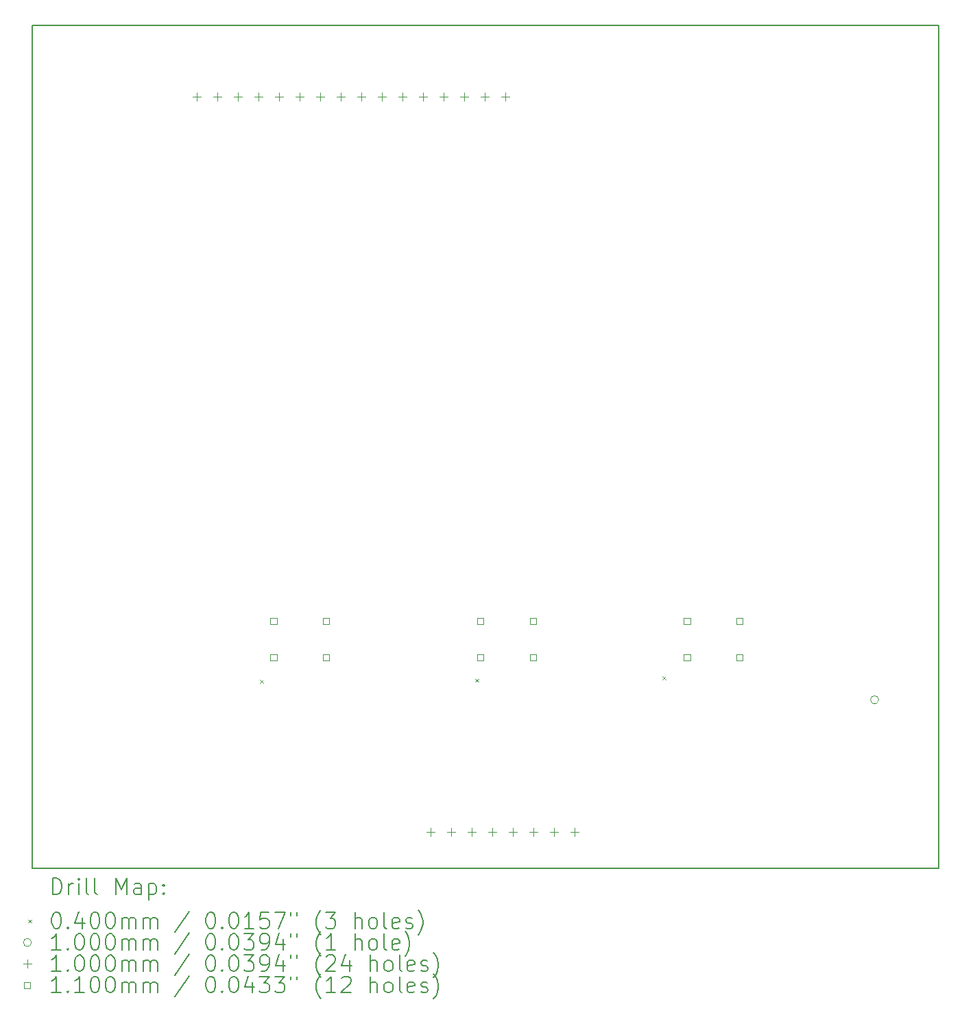
<source format=gbr>
%TF.GenerationSoftware,KiCad,Pcbnew,7.0.10*%
%TF.CreationDate,2024-03-06T15:30:29-05:00*%
%TF.ProjectId,User_Interface,55736572-5f49-46e7-9465-72666163652e,rev?*%
%TF.SameCoordinates,Original*%
%TF.FileFunction,Drillmap*%
%TF.FilePolarity,Positive*%
%FSLAX45Y45*%
G04 Gerber Fmt 4.5, Leading zero omitted, Abs format (unit mm)*
G04 Created by KiCad (PCBNEW 7.0.10) date 2024-03-06 15:30:29*
%MOMM*%
%LPD*%
G01*
G04 APERTURE LIST*
%ADD10C,0.200000*%
%ADD11C,0.100000*%
%ADD12C,0.110000*%
G04 APERTURE END LIST*
D10*
X8745000Y-4473180D02*
X19935000Y-4473180D01*
X19935000Y-14883180D01*
X8745000Y-14883180D01*
X8745000Y-4473180D01*
D11*
X11555000Y-12553180D02*
X11595000Y-12593180D01*
X11595000Y-12553180D02*
X11555000Y-12593180D01*
X14215000Y-12543180D02*
X14255000Y-12583180D01*
X14255000Y-12543180D02*
X14215000Y-12583180D01*
X16525000Y-12513180D02*
X16565000Y-12553180D01*
X16565000Y-12513180D02*
X16525000Y-12553180D01*
X19196000Y-12801000D02*
G75*
G03*
X19096000Y-12801000I-50000J0D01*
G01*
X19096000Y-12801000D02*
G75*
G03*
X19196000Y-12801000I50000J0D01*
G01*
X10780000Y-5310000D02*
X10780000Y-5410000D01*
X10730000Y-5360000D02*
X10830000Y-5360000D01*
X11034000Y-5310000D02*
X11034000Y-5410000D01*
X10984000Y-5360000D02*
X11084000Y-5360000D01*
X11288000Y-5310000D02*
X11288000Y-5410000D01*
X11238000Y-5360000D02*
X11338000Y-5360000D01*
X11542000Y-5310000D02*
X11542000Y-5410000D01*
X11492000Y-5360000D02*
X11592000Y-5360000D01*
X11796000Y-5310000D02*
X11796000Y-5410000D01*
X11746000Y-5360000D02*
X11846000Y-5360000D01*
X12050000Y-5310000D02*
X12050000Y-5410000D01*
X12000000Y-5360000D02*
X12100000Y-5360000D01*
X12304000Y-5310000D02*
X12304000Y-5410000D01*
X12254000Y-5360000D02*
X12354000Y-5360000D01*
X12558000Y-5310000D02*
X12558000Y-5410000D01*
X12508000Y-5360000D02*
X12608000Y-5360000D01*
X12812000Y-5310000D02*
X12812000Y-5410000D01*
X12762000Y-5360000D02*
X12862000Y-5360000D01*
X13066000Y-5310000D02*
X13066000Y-5410000D01*
X13016000Y-5360000D02*
X13116000Y-5360000D01*
X13320000Y-5310000D02*
X13320000Y-5410000D01*
X13270000Y-5360000D02*
X13370000Y-5360000D01*
X13574000Y-5310000D02*
X13574000Y-5410000D01*
X13524000Y-5360000D02*
X13624000Y-5360000D01*
X13667500Y-14383500D02*
X13667500Y-14483500D01*
X13617500Y-14433500D02*
X13717500Y-14433500D01*
X13828000Y-5310000D02*
X13828000Y-5410000D01*
X13778000Y-5360000D02*
X13878000Y-5360000D01*
X13921500Y-14383500D02*
X13921500Y-14483500D01*
X13871500Y-14433500D02*
X13971500Y-14433500D01*
X14082000Y-5310000D02*
X14082000Y-5410000D01*
X14032000Y-5360000D02*
X14132000Y-5360000D01*
X14175500Y-14383500D02*
X14175500Y-14483500D01*
X14125500Y-14433500D02*
X14225500Y-14433500D01*
X14336000Y-5310000D02*
X14336000Y-5410000D01*
X14286000Y-5360000D02*
X14386000Y-5360000D01*
X14429500Y-14383500D02*
X14429500Y-14483500D01*
X14379500Y-14433500D02*
X14479500Y-14433500D01*
X14590000Y-5310000D02*
X14590000Y-5410000D01*
X14540000Y-5360000D02*
X14640000Y-5360000D01*
X14683500Y-14383500D02*
X14683500Y-14483500D01*
X14633500Y-14433500D02*
X14733500Y-14433500D01*
X14937500Y-14383500D02*
X14937500Y-14483500D01*
X14887500Y-14433500D02*
X14987500Y-14433500D01*
X15191500Y-14383500D02*
X15191500Y-14483500D01*
X15141500Y-14433500D02*
X15241500Y-14433500D01*
X15445500Y-14383500D02*
X15445500Y-14483500D01*
X15395500Y-14433500D02*
X15495500Y-14433500D01*
D12*
X11763891Y-11867071D02*
X11763891Y-11789289D01*
X11686109Y-11789289D01*
X11686109Y-11867071D01*
X11763891Y-11867071D01*
X11763891Y-12317071D02*
X11763891Y-12239289D01*
X11686109Y-12239289D01*
X11686109Y-12317071D01*
X11763891Y-12317071D01*
X12413891Y-11867071D02*
X12413891Y-11789289D01*
X12336109Y-11789289D01*
X12336109Y-11867071D01*
X12413891Y-11867071D01*
X12413891Y-12317071D02*
X12413891Y-12239289D01*
X12336109Y-12239289D01*
X12336109Y-12317071D01*
X12413891Y-12317071D01*
X14316391Y-11867071D02*
X14316391Y-11789289D01*
X14238609Y-11789289D01*
X14238609Y-11867071D01*
X14316391Y-11867071D01*
X14316391Y-12317071D02*
X14316391Y-12239289D01*
X14238609Y-12239289D01*
X14238609Y-12317071D01*
X14316391Y-12317071D01*
X14966391Y-11867071D02*
X14966391Y-11789289D01*
X14888609Y-11789289D01*
X14888609Y-11867071D01*
X14966391Y-11867071D01*
X14966391Y-12317071D02*
X14966391Y-12239289D01*
X14888609Y-12239289D01*
X14888609Y-12317071D01*
X14966391Y-12317071D01*
X16868891Y-11867071D02*
X16868891Y-11789289D01*
X16791109Y-11789289D01*
X16791109Y-11867071D01*
X16868891Y-11867071D01*
X16868891Y-12317071D02*
X16868891Y-12239289D01*
X16791109Y-12239289D01*
X16791109Y-12317071D01*
X16868891Y-12317071D01*
X17518891Y-11867071D02*
X17518891Y-11789289D01*
X17441109Y-11789289D01*
X17441109Y-11867071D01*
X17518891Y-11867071D01*
X17518891Y-12317071D02*
X17518891Y-12239289D01*
X17441109Y-12239289D01*
X17441109Y-12317071D01*
X17518891Y-12317071D01*
D10*
X8995777Y-15204664D02*
X8995777Y-15004664D01*
X8995777Y-15004664D02*
X9043396Y-15004664D01*
X9043396Y-15004664D02*
X9071967Y-15014188D01*
X9071967Y-15014188D02*
X9091015Y-15033235D01*
X9091015Y-15033235D02*
X9100539Y-15052283D01*
X9100539Y-15052283D02*
X9110063Y-15090378D01*
X9110063Y-15090378D02*
X9110063Y-15118950D01*
X9110063Y-15118950D02*
X9100539Y-15157045D01*
X9100539Y-15157045D02*
X9091015Y-15176092D01*
X9091015Y-15176092D02*
X9071967Y-15195140D01*
X9071967Y-15195140D02*
X9043396Y-15204664D01*
X9043396Y-15204664D02*
X8995777Y-15204664D01*
X9195777Y-15204664D02*
X9195777Y-15071331D01*
X9195777Y-15109426D02*
X9205301Y-15090378D01*
X9205301Y-15090378D02*
X9214824Y-15080854D01*
X9214824Y-15080854D02*
X9233872Y-15071331D01*
X9233872Y-15071331D02*
X9252920Y-15071331D01*
X9319586Y-15204664D02*
X9319586Y-15071331D01*
X9319586Y-15004664D02*
X9310063Y-15014188D01*
X9310063Y-15014188D02*
X9319586Y-15023712D01*
X9319586Y-15023712D02*
X9329110Y-15014188D01*
X9329110Y-15014188D02*
X9319586Y-15004664D01*
X9319586Y-15004664D02*
X9319586Y-15023712D01*
X9443396Y-15204664D02*
X9424348Y-15195140D01*
X9424348Y-15195140D02*
X9414824Y-15176092D01*
X9414824Y-15176092D02*
X9414824Y-15004664D01*
X9548158Y-15204664D02*
X9529110Y-15195140D01*
X9529110Y-15195140D02*
X9519586Y-15176092D01*
X9519586Y-15176092D02*
X9519586Y-15004664D01*
X9776729Y-15204664D02*
X9776729Y-15004664D01*
X9776729Y-15004664D02*
X9843396Y-15147521D01*
X9843396Y-15147521D02*
X9910063Y-15004664D01*
X9910063Y-15004664D02*
X9910063Y-15204664D01*
X10091015Y-15204664D02*
X10091015Y-15099902D01*
X10091015Y-15099902D02*
X10081491Y-15080854D01*
X10081491Y-15080854D02*
X10062444Y-15071331D01*
X10062444Y-15071331D02*
X10024348Y-15071331D01*
X10024348Y-15071331D02*
X10005301Y-15080854D01*
X10091015Y-15195140D02*
X10071967Y-15204664D01*
X10071967Y-15204664D02*
X10024348Y-15204664D01*
X10024348Y-15204664D02*
X10005301Y-15195140D01*
X10005301Y-15195140D02*
X9995777Y-15176092D01*
X9995777Y-15176092D02*
X9995777Y-15157045D01*
X9995777Y-15157045D02*
X10005301Y-15137997D01*
X10005301Y-15137997D02*
X10024348Y-15128473D01*
X10024348Y-15128473D02*
X10071967Y-15128473D01*
X10071967Y-15128473D02*
X10091015Y-15118950D01*
X10186253Y-15071331D02*
X10186253Y-15271331D01*
X10186253Y-15080854D02*
X10205301Y-15071331D01*
X10205301Y-15071331D02*
X10243396Y-15071331D01*
X10243396Y-15071331D02*
X10262444Y-15080854D01*
X10262444Y-15080854D02*
X10271967Y-15090378D01*
X10271967Y-15090378D02*
X10281491Y-15109426D01*
X10281491Y-15109426D02*
X10281491Y-15166569D01*
X10281491Y-15166569D02*
X10271967Y-15185616D01*
X10271967Y-15185616D02*
X10262444Y-15195140D01*
X10262444Y-15195140D02*
X10243396Y-15204664D01*
X10243396Y-15204664D02*
X10205301Y-15204664D01*
X10205301Y-15204664D02*
X10186253Y-15195140D01*
X10367205Y-15185616D02*
X10376729Y-15195140D01*
X10376729Y-15195140D02*
X10367205Y-15204664D01*
X10367205Y-15204664D02*
X10357682Y-15195140D01*
X10357682Y-15195140D02*
X10367205Y-15185616D01*
X10367205Y-15185616D02*
X10367205Y-15204664D01*
X10367205Y-15080854D02*
X10376729Y-15090378D01*
X10376729Y-15090378D02*
X10367205Y-15099902D01*
X10367205Y-15099902D02*
X10357682Y-15090378D01*
X10357682Y-15090378D02*
X10367205Y-15080854D01*
X10367205Y-15080854D02*
X10367205Y-15099902D01*
D11*
X8695000Y-15513180D02*
X8735000Y-15553180D01*
X8735000Y-15513180D02*
X8695000Y-15553180D01*
D10*
X9033872Y-15424664D02*
X9052920Y-15424664D01*
X9052920Y-15424664D02*
X9071967Y-15434188D01*
X9071967Y-15434188D02*
X9081491Y-15443712D01*
X9081491Y-15443712D02*
X9091015Y-15462759D01*
X9091015Y-15462759D02*
X9100539Y-15500854D01*
X9100539Y-15500854D02*
X9100539Y-15548473D01*
X9100539Y-15548473D02*
X9091015Y-15586569D01*
X9091015Y-15586569D02*
X9081491Y-15605616D01*
X9081491Y-15605616D02*
X9071967Y-15615140D01*
X9071967Y-15615140D02*
X9052920Y-15624664D01*
X9052920Y-15624664D02*
X9033872Y-15624664D01*
X9033872Y-15624664D02*
X9014824Y-15615140D01*
X9014824Y-15615140D02*
X9005301Y-15605616D01*
X9005301Y-15605616D02*
X8995777Y-15586569D01*
X8995777Y-15586569D02*
X8986253Y-15548473D01*
X8986253Y-15548473D02*
X8986253Y-15500854D01*
X8986253Y-15500854D02*
X8995777Y-15462759D01*
X8995777Y-15462759D02*
X9005301Y-15443712D01*
X9005301Y-15443712D02*
X9014824Y-15434188D01*
X9014824Y-15434188D02*
X9033872Y-15424664D01*
X9186253Y-15605616D02*
X9195777Y-15615140D01*
X9195777Y-15615140D02*
X9186253Y-15624664D01*
X9186253Y-15624664D02*
X9176729Y-15615140D01*
X9176729Y-15615140D02*
X9186253Y-15605616D01*
X9186253Y-15605616D02*
X9186253Y-15624664D01*
X9367205Y-15491331D02*
X9367205Y-15624664D01*
X9319586Y-15415140D02*
X9271967Y-15557997D01*
X9271967Y-15557997D02*
X9395777Y-15557997D01*
X9510063Y-15424664D02*
X9529110Y-15424664D01*
X9529110Y-15424664D02*
X9548158Y-15434188D01*
X9548158Y-15434188D02*
X9557682Y-15443712D01*
X9557682Y-15443712D02*
X9567205Y-15462759D01*
X9567205Y-15462759D02*
X9576729Y-15500854D01*
X9576729Y-15500854D02*
X9576729Y-15548473D01*
X9576729Y-15548473D02*
X9567205Y-15586569D01*
X9567205Y-15586569D02*
X9557682Y-15605616D01*
X9557682Y-15605616D02*
X9548158Y-15615140D01*
X9548158Y-15615140D02*
X9529110Y-15624664D01*
X9529110Y-15624664D02*
X9510063Y-15624664D01*
X9510063Y-15624664D02*
X9491015Y-15615140D01*
X9491015Y-15615140D02*
X9481491Y-15605616D01*
X9481491Y-15605616D02*
X9471967Y-15586569D01*
X9471967Y-15586569D02*
X9462444Y-15548473D01*
X9462444Y-15548473D02*
X9462444Y-15500854D01*
X9462444Y-15500854D02*
X9471967Y-15462759D01*
X9471967Y-15462759D02*
X9481491Y-15443712D01*
X9481491Y-15443712D02*
X9491015Y-15434188D01*
X9491015Y-15434188D02*
X9510063Y-15424664D01*
X9700539Y-15424664D02*
X9719586Y-15424664D01*
X9719586Y-15424664D02*
X9738634Y-15434188D01*
X9738634Y-15434188D02*
X9748158Y-15443712D01*
X9748158Y-15443712D02*
X9757682Y-15462759D01*
X9757682Y-15462759D02*
X9767205Y-15500854D01*
X9767205Y-15500854D02*
X9767205Y-15548473D01*
X9767205Y-15548473D02*
X9757682Y-15586569D01*
X9757682Y-15586569D02*
X9748158Y-15605616D01*
X9748158Y-15605616D02*
X9738634Y-15615140D01*
X9738634Y-15615140D02*
X9719586Y-15624664D01*
X9719586Y-15624664D02*
X9700539Y-15624664D01*
X9700539Y-15624664D02*
X9681491Y-15615140D01*
X9681491Y-15615140D02*
X9671967Y-15605616D01*
X9671967Y-15605616D02*
X9662444Y-15586569D01*
X9662444Y-15586569D02*
X9652920Y-15548473D01*
X9652920Y-15548473D02*
X9652920Y-15500854D01*
X9652920Y-15500854D02*
X9662444Y-15462759D01*
X9662444Y-15462759D02*
X9671967Y-15443712D01*
X9671967Y-15443712D02*
X9681491Y-15434188D01*
X9681491Y-15434188D02*
X9700539Y-15424664D01*
X9852920Y-15624664D02*
X9852920Y-15491331D01*
X9852920Y-15510378D02*
X9862444Y-15500854D01*
X9862444Y-15500854D02*
X9881491Y-15491331D01*
X9881491Y-15491331D02*
X9910063Y-15491331D01*
X9910063Y-15491331D02*
X9929110Y-15500854D01*
X9929110Y-15500854D02*
X9938634Y-15519902D01*
X9938634Y-15519902D02*
X9938634Y-15624664D01*
X9938634Y-15519902D02*
X9948158Y-15500854D01*
X9948158Y-15500854D02*
X9967205Y-15491331D01*
X9967205Y-15491331D02*
X9995777Y-15491331D01*
X9995777Y-15491331D02*
X10014825Y-15500854D01*
X10014825Y-15500854D02*
X10024348Y-15519902D01*
X10024348Y-15519902D02*
X10024348Y-15624664D01*
X10119586Y-15624664D02*
X10119586Y-15491331D01*
X10119586Y-15510378D02*
X10129110Y-15500854D01*
X10129110Y-15500854D02*
X10148158Y-15491331D01*
X10148158Y-15491331D02*
X10176729Y-15491331D01*
X10176729Y-15491331D02*
X10195777Y-15500854D01*
X10195777Y-15500854D02*
X10205301Y-15519902D01*
X10205301Y-15519902D02*
X10205301Y-15624664D01*
X10205301Y-15519902D02*
X10214825Y-15500854D01*
X10214825Y-15500854D02*
X10233872Y-15491331D01*
X10233872Y-15491331D02*
X10262444Y-15491331D01*
X10262444Y-15491331D02*
X10281491Y-15500854D01*
X10281491Y-15500854D02*
X10291015Y-15519902D01*
X10291015Y-15519902D02*
X10291015Y-15624664D01*
X10681491Y-15415140D02*
X10510063Y-15672283D01*
X10938634Y-15424664D02*
X10957682Y-15424664D01*
X10957682Y-15424664D02*
X10976729Y-15434188D01*
X10976729Y-15434188D02*
X10986253Y-15443712D01*
X10986253Y-15443712D02*
X10995777Y-15462759D01*
X10995777Y-15462759D02*
X11005301Y-15500854D01*
X11005301Y-15500854D02*
X11005301Y-15548473D01*
X11005301Y-15548473D02*
X10995777Y-15586569D01*
X10995777Y-15586569D02*
X10986253Y-15605616D01*
X10986253Y-15605616D02*
X10976729Y-15615140D01*
X10976729Y-15615140D02*
X10957682Y-15624664D01*
X10957682Y-15624664D02*
X10938634Y-15624664D01*
X10938634Y-15624664D02*
X10919587Y-15615140D01*
X10919587Y-15615140D02*
X10910063Y-15605616D01*
X10910063Y-15605616D02*
X10900539Y-15586569D01*
X10900539Y-15586569D02*
X10891015Y-15548473D01*
X10891015Y-15548473D02*
X10891015Y-15500854D01*
X10891015Y-15500854D02*
X10900539Y-15462759D01*
X10900539Y-15462759D02*
X10910063Y-15443712D01*
X10910063Y-15443712D02*
X10919587Y-15434188D01*
X10919587Y-15434188D02*
X10938634Y-15424664D01*
X11091015Y-15605616D02*
X11100539Y-15615140D01*
X11100539Y-15615140D02*
X11091015Y-15624664D01*
X11091015Y-15624664D02*
X11081491Y-15615140D01*
X11081491Y-15615140D02*
X11091015Y-15605616D01*
X11091015Y-15605616D02*
X11091015Y-15624664D01*
X11224348Y-15424664D02*
X11243396Y-15424664D01*
X11243396Y-15424664D02*
X11262444Y-15434188D01*
X11262444Y-15434188D02*
X11271967Y-15443712D01*
X11271967Y-15443712D02*
X11281491Y-15462759D01*
X11281491Y-15462759D02*
X11291015Y-15500854D01*
X11291015Y-15500854D02*
X11291015Y-15548473D01*
X11291015Y-15548473D02*
X11281491Y-15586569D01*
X11281491Y-15586569D02*
X11271967Y-15605616D01*
X11271967Y-15605616D02*
X11262444Y-15615140D01*
X11262444Y-15615140D02*
X11243396Y-15624664D01*
X11243396Y-15624664D02*
X11224348Y-15624664D01*
X11224348Y-15624664D02*
X11205301Y-15615140D01*
X11205301Y-15615140D02*
X11195777Y-15605616D01*
X11195777Y-15605616D02*
X11186253Y-15586569D01*
X11186253Y-15586569D02*
X11176729Y-15548473D01*
X11176729Y-15548473D02*
X11176729Y-15500854D01*
X11176729Y-15500854D02*
X11186253Y-15462759D01*
X11186253Y-15462759D02*
X11195777Y-15443712D01*
X11195777Y-15443712D02*
X11205301Y-15434188D01*
X11205301Y-15434188D02*
X11224348Y-15424664D01*
X11481491Y-15624664D02*
X11367206Y-15624664D01*
X11424348Y-15624664D02*
X11424348Y-15424664D01*
X11424348Y-15424664D02*
X11405301Y-15453235D01*
X11405301Y-15453235D02*
X11386253Y-15472283D01*
X11386253Y-15472283D02*
X11367206Y-15481807D01*
X11662444Y-15424664D02*
X11567206Y-15424664D01*
X11567206Y-15424664D02*
X11557682Y-15519902D01*
X11557682Y-15519902D02*
X11567206Y-15510378D01*
X11567206Y-15510378D02*
X11586253Y-15500854D01*
X11586253Y-15500854D02*
X11633872Y-15500854D01*
X11633872Y-15500854D02*
X11652920Y-15510378D01*
X11652920Y-15510378D02*
X11662444Y-15519902D01*
X11662444Y-15519902D02*
X11671967Y-15538950D01*
X11671967Y-15538950D02*
X11671967Y-15586569D01*
X11671967Y-15586569D02*
X11662444Y-15605616D01*
X11662444Y-15605616D02*
X11652920Y-15615140D01*
X11652920Y-15615140D02*
X11633872Y-15624664D01*
X11633872Y-15624664D02*
X11586253Y-15624664D01*
X11586253Y-15624664D02*
X11567206Y-15615140D01*
X11567206Y-15615140D02*
X11557682Y-15605616D01*
X11738634Y-15424664D02*
X11871967Y-15424664D01*
X11871967Y-15424664D02*
X11786253Y-15624664D01*
X11938634Y-15424664D02*
X11938634Y-15462759D01*
X12014825Y-15424664D02*
X12014825Y-15462759D01*
X12310063Y-15700854D02*
X12300539Y-15691331D01*
X12300539Y-15691331D02*
X12281491Y-15662759D01*
X12281491Y-15662759D02*
X12271968Y-15643712D01*
X12271968Y-15643712D02*
X12262444Y-15615140D01*
X12262444Y-15615140D02*
X12252920Y-15567521D01*
X12252920Y-15567521D02*
X12252920Y-15529426D01*
X12252920Y-15529426D02*
X12262444Y-15481807D01*
X12262444Y-15481807D02*
X12271968Y-15453235D01*
X12271968Y-15453235D02*
X12281491Y-15434188D01*
X12281491Y-15434188D02*
X12300539Y-15405616D01*
X12300539Y-15405616D02*
X12310063Y-15396092D01*
X12367206Y-15424664D02*
X12491015Y-15424664D01*
X12491015Y-15424664D02*
X12424348Y-15500854D01*
X12424348Y-15500854D02*
X12452920Y-15500854D01*
X12452920Y-15500854D02*
X12471968Y-15510378D01*
X12471968Y-15510378D02*
X12481491Y-15519902D01*
X12481491Y-15519902D02*
X12491015Y-15538950D01*
X12491015Y-15538950D02*
X12491015Y-15586569D01*
X12491015Y-15586569D02*
X12481491Y-15605616D01*
X12481491Y-15605616D02*
X12471968Y-15615140D01*
X12471968Y-15615140D02*
X12452920Y-15624664D01*
X12452920Y-15624664D02*
X12395777Y-15624664D01*
X12395777Y-15624664D02*
X12376729Y-15615140D01*
X12376729Y-15615140D02*
X12367206Y-15605616D01*
X12729110Y-15624664D02*
X12729110Y-15424664D01*
X12814825Y-15624664D02*
X12814825Y-15519902D01*
X12814825Y-15519902D02*
X12805301Y-15500854D01*
X12805301Y-15500854D02*
X12786253Y-15491331D01*
X12786253Y-15491331D02*
X12757682Y-15491331D01*
X12757682Y-15491331D02*
X12738634Y-15500854D01*
X12738634Y-15500854D02*
X12729110Y-15510378D01*
X12938634Y-15624664D02*
X12919587Y-15615140D01*
X12919587Y-15615140D02*
X12910063Y-15605616D01*
X12910063Y-15605616D02*
X12900539Y-15586569D01*
X12900539Y-15586569D02*
X12900539Y-15529426D01*
X12900539Y-15529426D02*
X12910063Y-15510378D01*
X12910063Y-15510378D02*
X12919587Y-15500854D01*
X12919587Y-15500854D02*
X12938634Y-15491331D01*
X12938634Y-15491331D02*
X12967206Y-15491331D01*
X12967206Y-15491331D02*
X12986253Y-15500854D01*
X12986253Y-15500854D02*
X12995777Y-15510378D01*
X12995777Y-15510378D02*
X13005301Y-15529426D01*
X13005301Y-15529426D02*
X13005301Y-15586569D01*
X13005301Y-15586569D02*
X12995777Y-15605616D01*
X12995777Y-15605616D02*
X12986253Y-15615140D01*
X12986253Y-15615140D02*
X12967206Y-15624664D01*
X12967206Y-15624664D02*
X12938634Y-15624664D01*
X13119587Y-15624664D02*
X13100539Y-15615140D01*
X13100539Y-15615140D02*
X13091015Y-15596092D01*
X13091015Y-15596092D02*
X13091015Y-15424664D01*
X13271968Y-15615140D02*
X13252920Y-15624664D01*
X13252920Y-15624664D02*
X13214825Y-15624664D01*
X13214825Y-15624664D02*
X13195777Y-15615140D01*
X13195777Y-15615140D02*
X13186253Y-15596092D01*
X13186253Y-15596092D02*
X13186253Y-15519902D01*
X13186253Y-15519902D02*
X13195777Y-15500854D01*
X13195777Y-15500854D02*
X13214825Y-15491331D01*
X13214825Y-15491331D02*
X13252920Y-15491331D01*
X13252920Y-15491331D02*
X13271968Y-15500854D01*
X13271968Y-15500854D02*
X13281491Y-15519902D01*
X13281491Y-15519902D02*
X13281491Y-15538950D01*
X13281491Y-15538950D02*
X13186253Y-15557997D01*
X13357682Y-15615140D02*
X13376730Y-15624664D01*
X13376730Y-15624664D02*
X13414825Y-15624664D01*
X13414825Y-15624664D02*
X13433872Y-15615140D01*
X13433872Y-15615140D02*
X13443396Y-15596092D01*
X13443396Y-15596092D02*
X13443396Y-15586569D01*
X13443396Y-15586569D02*
X13433872Y-15567521D01*
X13433872Y-15567521D02*
X13414825Y-15557997D01*
X13414825Y-15557997D02*
X13386253Y-15557997D01*
X13386253Y-15557997D02*
X13367206Y-15548473D01*
X13367206Y-15548473D02*
X13357682Y-15529426D01*
X13357682Y-15529426D02*
X13357682Y-15519902D01*
X13357682Y-15519902D02*
X13367206Y-15500854D01*
X13367206Y-15500854D02*
X13386253Y-15491331D01*
X13386253Y-15491331D02*
X13414825Y-15491331D01*
X13414825Y-15491331D02*
X13433872Y-15500854D01*
X13510063Y-15700854D02*
X13519587Y-15691331D01*
X13519587Y-15691331D02*
X13538634Y-15662759D01*
X13538634Y-15662759D02*
X13548158Y-15643712D01*
X13548158Y-15643712D02*
X13557682Y-15615140D01*
X13557682Y-15615140D02*
X13567206Y-15567521D01*
X13567206Y-15567521D02*
X13567206Y-15529426D01*
X13567206Y-15529426D02*
X13557682Y-15481807D01*
X13557682Y-15481807D02*
X13548158Y-15453235D01*
X13548158Y-15453235D02*
X13538634Y-15434188D01*
X13538634Y-15434188D02*
X13519587Y-15405616D01*
X13519587Y-15405616D02*
X13510063Y-15396092D01*
D11*
X8735000Y-15797180D02*
G75*
G03*
X8635000Y-15797180I-50000J0D01*
G01*
X8635000Y-15797180D02*
G75*
G03*
X8735000Y-15797180I50000J0D01*
G01*
D10*
X9100539Y-15888664D02*
X8986253Y-15888664D01*
X9043396Y-15888664D02*
X9043396Y-15688664D01*
X9043396Y-15688664D02*
X9024348Y-15717235D01*
X9024348Y-15717235D02*
X9005301Y-15736283D01*
X9005301Y-15736283D02*
X8986253Y-15745807D01*
X9186253Y-15869616D02*
X9195777Y-15879140D01*
X9195777Y-15879140D02*
X9186253Y-15888664D01*
X9186253Y-15888664D02*
X9176729Y-15879140D01*
X9176729Y-15879140D02*
X9186253Y-15869616D01*
X9186253Y-15869616D02*
X9186253Y-15888664D01*
X9319586Y-15688664D02*
X9338634Y-15688664D01*
X9338634Y-15688664D02*
X9357682Y-15698188D01*
X9357682Y-15698188D02*
X9367205Y-15707712D01*
X9367205Y-15707712D02*
X9376729Y-15726759D01*
X9376729Y-15726759D02*
X9386253Y-15764854D01*
X9386253Y-15764854D02*
X9386253Y-15812473D01*
X9386253Y-15812473D02*
X9376729Y-15850569D01*
X9376729Y-15850569D02*
X9367205Y-15869616D01*
X9367205Y-15869616D02*
X9357682Y-15879140D01*
X9357682Y-15879140D02*
X9338634Y-15888664D01*
X9338634Y-15888664D02*
X9319586Y-15888664D01*
X9319586Y-15888664D02*
X9300539Y-15879140D01*
X9300539Y-15879140D02*
X9291015Y-15869616D01*
X9291015Y-15869616D02*
X9281491Y-15850569D01*
X9281491Y-15850569D02*
X9271967Y-15812473D01*
X9271967Y-15812473D02*
X9271967Y-15764854D01*
X9271967Y-15764854D02*
X9281491Y-15726759D01*
X9281491Y-15726759D02*
X9291015Y-15707712D01*
X9291015Y-15707712D02*
X9300539Y-15698188D01*
X9300539Y-15698188D02*
X9319586Y-15688664D01*
X9510063Y-15688664D02*
X9529110Y-15688664D01*
X9529110Y-15688664D02*
X9548158Y-15698188D01*
X9548158Y-15698188D02*
X9557682Y-15707712D01*
X9557682Y-15707712D02*
X9567205Y-15726759D01*
X9567205Y-15726759D02*
X9576729Y-15764854D01*
X9576729Y-15764854D02*
X9576729Y-15812473D01*
X9576729Y-15812473D02*
X9567205Y-15850569D01*
X9567205Y-15850569D02*
X9557682Y-15869616D01*
X9557682Y-15869616D02*
X9548158Y-15879140D01*
X9548158Y-15879140D02*
X9529110Y-15888664D01*
X9529110Y-15888664D02*
X9510063Y-15888664D01*
X9510063Y-15888664D02*
X9491015Y-15879140D01*
X9491015Y-15879140D02*
X9481491Y-15869616D01*
X9481491Y-15869616D02*
X9471967Y-15850569D01*
X9471967Y-15850569D02*
X9462444Y-15812473D01*
X9462444Y-15812473D02*
X9462444Y-15764854D01*
X9462444Y-15764854D02*
X9471967Y-15726759D01*
X9471967Y-15726759D02*
X9481491Y-15707712D01*
X9481491Y-15707712D02*
X9491015Y-15698188D01*
X9491015Y-15698188D02*
X9510063Y-15688664D01*
X9700539Y-15688664D02*
X9719586Y-15688664D01*
X9719586Y-15688664D02*
X9738634Y-15698188D01*
X9738634Y-15698188D02*
X9748158Y-15707712D01*
X9748158Y-15707712D02*
X9757682Y-15726759D01*
X9757682Y-15726759D02*
X9767205Y-15764854D01*
X9767205Y-15764854D02*
X9767205Y-15812473D01*
X9767205Y-15812473D02*
X9757682Y-15850569D01*
X9757682Y-15850569D02*
X9748158Y-15869616D01*
X9748158Y-15869616D02*
X9738634Y-15879140D01*
X9738634Y-15879140D02*
X9719586Y-15888664D01*
X9719586Y-15888664D02*
X9700539Y-15888664D01*
X9700539Y-15888664D02*
X9681491Y-15879140D01*
X9681491Y-15879140D02*
X9671967Y-15869616D01*
X9671967Y-15869616D02*
X9662444Y-15850569D01*
X9662444Y-15850569D02*
X9652920Y-15812473D01*
X9652920Y-15812473D02*
X9652920Y-15764854D01*
X9652920Y-15764854D02*
X9662444Y-15726759D01*
X9662444Y-15726759D02*
X9671967Y-15707712D01*
X9671967Y-15707712D02*
X9681491Y-15698188D01*
X9681491Y-15698188D02*
X9700539Y-15688664D01*
X9852920Y-15888664D02*
X9852920Y-15755331D01*
X9852920Y-15774378D02*
X9862444Y-15764854D01*
X9862444Y-15764854D02*
X9881491Y-15755331D01*
X9881491Y-15755331D02*
X9910063Y-15755331D01*
X9910063Y-15755331D02*
X9929110Y-15764854D01*
X9929110Y-15764854D02*
X9938634Y-15783902D01*
X9938634Y-15783902D02*
X9938634Y-15888664D01*
X9938634Y-15783902D02*
X9948158Y-15764854D01*
X9948158Y-15764854D02*
X9967205Y-15755331D01*
X9967205Y-15755331D02*
X9995777Y-15755331D01*
X9995777Y-15755331D02*
X10014825Y-15764854D01*
X10014825Y-15764854D02*
X10024348Y-15783902D01*
X10024348Y-15783902D02*
X10024348Y-15888664D01*
X10119586Y-15888664D02*
X10119586Y-15755331D01*
X10119586Y-15774378D02*
X10129110Y-15764854D01*
X10129110Y-15764854D02*
X10148158Y-15755331D01*
X10148158Y-15755331D02*
X10176729Y-15755331D01*
X10176729Y-15755331D02*
X10195777Y-15764854D01*
X10195777Y-15764854D02*
X10205301Y-15783902D01*
X10205301Y-15783902D02*
X10205301Y-15888664D01*
X10205301Y-15783902D02*
X10214825Y-15764854D01*
X10214825Y-15764854D02*
X10233872Y-15755331D01*
X10233872Y-15755331D02*
X10262444Y-15755331D01*
X10262444Y-15755331D02*
X10281491Y-15764854D01*
X10281491Y-15764854D02*
X10291015Y-15783902D01*
X10291015Y-15783902D02*
X10291015Y-15888664D01*
X10681491Y-15679140D02*
X10510063Y-15936283D01*
X10938634Y-15688664D02*
X10957682Y-15688664D01*
X10957682Y-15688664D02*
X10976729Y-15698188D01*
X10976729Y-15698188D02*
X10986253Y-15707712D01*
X10986253Y-15707712D02*
X10995777Y-15726759D01*
X10995777Y-15726759D02*
X11005301Y-15764854D01*
X11005301Y-15764854D02*
X11005301Y-15812473D01*
X11005301Y-15812473D02*
X10995777Y-15850569D01*
X10995777Y-15850569D02*
X10986253Y-15869616D01*
X10986253Y-15869616D02*
X10976729Y-15879140D01*
X10976729Y-15879140D02*
X10957682Y-15888664D01*
X10957682Y-15888664D02*
X10938634Y-15888664D01*
X10938634Y-15888664D02*
X10919587Y-15879140D01*
X10919587Y-15879140D02*
X10910063Y-15869616D01*
X10910063Y-15869616D02*
X10900539Y-15850569D01*
X10900539Y-15850569D02*
X10891015Y-15812473D01*
X10891015Y-15812473D02*
X10891015Y-15764854D01*
X10891015Y-15764854D02*
X10900539Y-15726759D01*
X10900539Y-15726759D02*
X10910063Y-15707712D01*
X10910063Y-15707712D02*
X10919587Y-15698188D01*
X10919587Y-15698188D02*
X10938634Y-15688664D01*
X11091015Y-15869616D02*
X11100539Y-15879140D01*
X11100539Y-15879140D02*
X11091015Y-15888664D01*
X11091015Y-15888664D02*
X11081491Y-15879140D01*
X11081491Y-15879140D02*
X11091015Y-15869616D01*
X11091015Y-15869616D02*
X11091015Y-15888664D01*
X11224348Y-15688664D02*
X11243396Y-15688664D01*
X11243396Y-15688664D02*
X11262444Y-15698188D01*
X11262444Y-15698188D02*
X11271967Y-15707712D01*
X11271967Y-15707712D02*
X11281491Y-15726759D01*
X11281491Y-15726759D02*
X11291015Y-15764854D01*
X11291015Y-15764854D02*
X11291015Y-15812473D01*
X11291015Y-15812473D02*
X11281491Y-15850569D01*
X11281491Y-15850569D02*
X11271967Y-15869616D01*
X11271967Y-15869616D02*
X11262444Y-15879140D01*
X11262444Y-15879140D02*
X11243396Y-15888664D01*
X11243396Y-15888664D02*
X11224348Y-15888664D01*
X11224348Y-15888664D02*
X11205301Y-15879140D01*
X11205301Y-15879140D02*
X11195777Y-15869616D01*
X11195777Y-15869616D02*
X11186253Y-15850569D01*
X11186253Y-15850569D02*
X11176729Y-15812473D01*
X11176729Y-15812473D02*
X11176729Y-15764854D01*
X11176729Y-15764854D02*
X11186253Y-15726759D01*
X11186253Y-15726759D02*
X11195777Y-15707712D01*
X11195777Y-15707712D02*
X11205301Y-15698188D01*
X11205301Y-15698188D02*
X11224348Y-15688664D01*
X11357682Y-15688664D02*
X11481491Y-15688664D01*
X11481491Y-15688664D02*
X11414825Y-15764854D01*
X11414825Y-15764854D02*
X11443396Y-15764854D01*
X11443396Y-15764854D02*
X11462444Y-15774378D01*
X11462444Y-15774378D02*
X11471967Y-15783902D01*
X11471967Y-15783902D02*
X11481491Y-15802950D01*
X11481491Y-15802950D02*
X11481491Y-15850569D01*
X11481491Y-15850569D02*
X11471967Y-15869616D01*
X11471967Y-15869616D02*
X11462444Y-15879140D01*
X11462444Y-15879140D02*
X11443396Y-15888664D01*
X11443396Y-15888664D02*
X11386253Y-15888664D01*
X11386253Y-15888664D02*
X11367206Y-15879140D01*
X11367206Y-15879140D02*
X11357682Y-15869616D01*
X11576729Y-15888664D02*
X11614825Y-15888664D01*
X11614825Y-15888664D02*
X11633872Y-15879140D01*
X11633872Y-15879140D02*
X11643396Y-15869616D01*
X11643396Y-15869616D02*
X11662444Y-15841045D01*
X11662444Y-15841045D02*
X11671967Y-15802950D01*
X11671967Y-15802950D02*
X11671967Y-15726759D01*
X11671967Y-15726759D02*
X11662444Y-15707712D01*
X11662444Y-15707712D02*
X11652920Y-15698188D01*
X11652920Y-15698188D02*
X11633872Y-15688664D01*
X11633872Y-15688664D02*
X11595777Y-15688664D01*
X11595777Y-15688664D02*
X11576729Y-15698188D01*
X11576729Y-15698188D02*
X11567206Y-15707712D01*
X11567206Y-15707712D02*
X11557682Y-15726759D01*
X11557682Y-15726759D02*
X11557682Y-15774378D01*
X11557682Y-15774378D02*
X11567206Y-15793426D01*
X11567206Y-15793426D02*
X11576729Y-15802950D01*
X11576729Y-15802950D02*
X11595777Y-15812473D01*
X11595777Y-15812473D02*
X11633872Y-15812473D01*
X11633872Y-15812473D02*
X11652920Y-15802950D01*
X11652920Y-15802950D02*
X11662444Y-15793426D01*
X11662444Y-15793426D02*
X11671967Y-15774378D01*
X11843396Y-15755331D02*
X11843396Y-15888664D01*
X11795777Y-15679140D02*
X11748158Y-15821997D01*
X11748158Y-15821997D02*
X11871967Y-15821997D01*
X11938634Y-15688664D02*
X11938634Y-15726759D01*
X12014825Y-15688664D02*
X12014825Y-15726759D01*
X12310063Y-15964854D02*
X12300539Y-15955331D01*
X12300539Y-15955331D02*
X12281491Y-15926759D01*
X12281491Y-15926759D02*
X12271968Y-15907712D01*
X12271968Y-15907712D02*
X12262444Y-15879140D01*
X12262444Y-15879140D02*
X12252920Y-15831521D01*
X12252920Y-15831521D02*
X12252920Y-15793426D01*
X12252920Y-15793426D02*
X12262444Y-15745807D01*
X12262444Y-15745807D02*
X12271968Y-15717235D01*
X12271968Y-15717235D02*
X12281491Y-15698188D01*
X12281491Y-15698188D02*
X12300539Y-15669616D01*
X12300539Y-15669616D02*
X12310063Y-15660092D01*
X12491015Y-15888664D02*
X12376729Y-15888664D01*
X12433872Y-15888664D02*
X12433872Y-15688664D01*
X12433872Y-15688664D02*
X12414825Y-15717235D01*
X12414825Y-15717235D02*
X12395777Y-15736283D01*
X12395777Y-15736283D02*
X12376729Y-15745807D01*
X12729110Y-15888664D02*
X12729110Y-15688664D01*
X12814825Y-15888664D02*
X12814825Y-15783902D01*
X12814825Y-15783902D02*
X12805301Y-15764854D01*
X12805301Y-15764854D02*
X12786253Y-15755331D01*
X12786253Y-15755331D02*
X12757682Y-15755331D01*
X12757682Y-15755331D02*
X12738634Y-15764854D01*
X12738634Y-15764854D02*
X12729110Y-15774378D01*
X12938634Y-15888664D02*
X12919587Y-15879140D01*
X12919587Y-15879140D02*
X12910063Y-15869616D01*
X12910063Y-15869616D02*
X12900539Y-15850569D01*
X12900539Y-15850569D02*
X12900539Y-15793426D01*
X12900539Y-15793426D02*
X12910063Y-15774378D01*
X12910063Y-15774378D02*
X12919587Y-15764854D01*
X12919587Y-15764854D02*
X12938634Y-15755331D01*
X12938634Y-15755331D02*
X12967206Y-15755331D01*
X12967206Y-15755331D02*
X12986253Y-15764854D01*
X12986253Y-15764854D02*
X12995777Y-15774378D01*
X12995777Y-15774378D02*
X13005301Y-15793426D01*
X13005301Y-15793426D02*
X13005301Y-15850569D01*
X13005301Y-15850569D02*
X12995777Y-15869616D01*
X12995777Y-15869616D02*
X12986253Y-15879140D01*
X12986253Y-15879140D02*
X12967206Y-15888664D01*
X12967206Y-15888664D02*
X12938634Y-15888664D01*
X13119587Y-15888664D02*
X13100539Y-15879140D01*
X13100539Y-15879140D02*
X13091015Y-15860092D01*
X13091015Y-15860092D02*
X13091015Y-15688664D01*
X13271968Y-15879140D02*
X13252920Y-15888664D01*
X13252920Y-15888664D02*
X13214825Y-15888664D01*
X13214825Y-15888664D02*
X13195777Y-15879140D01*
X13195777Y-15879140D02*
X13186253Y-15860092D01*
X13186253Y-15860092D02*
X13186253Y-15783902D01*
X13186253Y-15783902D02*
X13195777Y-15764854D01*
X13195777Y-15764854D02*
X13214825Y-15755331D01*
X13214825Y-15755331D02*
X13252920Y-15755331D01*
X13252920Y-15755331D02*
X13271968Y-15764854D01*
X13271968Y-15764854D02*
X13281491Y-15783902D01*
X13281491Y-15783902D02*
X13281491Y-15802950D01*
X13281491Y-15802950D02*
X13186253Y-15821997D01*
X13348158Y-15964854D02*
X13357682Y-15955331D01*
X13357682Y-15955331D02*
X13376730Y-15926759D01*
X13376730Y-15926759D02*
X13386253Y-15907712D01*
X13386253Y-15907712D02*
X13395777Y-15879140D01*
X13395777Y-15879140D02*
X13405301Y-15831521D01*
X13405301Y-15831521D02*
X13405301Y-15793426D01*
X13405301Y-15793426D02*
X13395777Y-15745807D01*
X13395777Y-15745807D02*
X13386253Y-15717235D01*
X13386253Y-15717235D02*
X13376730Y-15698188D01*
X13376730Y-15698188D02*
X13357682Y-15669616D01*
X13357682Y-15669616D02*
X13348158Y-15660092D01*
D11*
X8685000Y-16011180D02*
X8685000Y-16111180D01*
X8635000Y-16061180D02*
X8735000Y-16061180D01*
D10*
X9100539Y-16152664D02*
X8986253Y-16152664D01*
X9043396Y-16152664D02*
X9043396Y-15952664D01*
X9043396Y-15952664D02*
X9024348Y-15981235D01*
X9024348Y-15981235D02*
X9005301Y-16000283D01*
X9005301Y-16000283D02*
X8986253Y-16009807D01*
X9186253Y-16133616D02*
X9195777Y-16143140D01*
X9195777Y-16143140D02*
X9186253Y-16152664D01*
X9186253Y-16152664D02*
X9176729Y-16143140D01*
X9176729Y-16143140D02*
X9186253Y-16133616D01*
X9186253Y-16133616D02*
X9186253Y-16152664D01*
X9319586Y-15952664D02*
X9338634Y-15952664D01*
X9338634Y-15952664D02*
X9357682Y-15962188D01*
X9357682Y-15962188D02*
X9367205Y-15971712D01*
X9367205Y-15971712D02*
X9376729Y-15990759D01*
X9376729Y-15990759D02*
X9386253Y-16028854D01*
X9386253Y-16028854D02*
X9386253Y-16076473D01*
X9386253Y-16076473D02*
X9376729Y-16114569D01*
X9376729Y-16114569D02*
X9367205Y-16133616D01*
X9367205Y-16133616D02*
X9357682Y-16143140D01*
X9357682Y-16143140D02*
X9338634Y-16152664D01*
X9338634Y-16152664D02*
X9319586Y-16152664D01*
X9319586Y-16152664D02*
X9300539Y-16143140D01*
X9300539Y-16143140D02*
X9291015Y-16133616D01*
X9291015Y-16133616D02*
X9281491Y-16114569D01*
X9281491Y-16114569D02*
X9271967Y-16076473D01*
X9271967Y-16076473D02*
X9271967Y-16028854D01*
X9271967Y-16028854D02*
X9281491Y-15990759D01*
X9281491Y-15990759D02*
X9291015Y-15971712D01*
X9291015Y-15971712D02*
X9300539Y-15962188D01*
X9300539Y-15962188D02*
X9319586Y-15952664D01*
X9510063Y-15952664D02*
X9529110Y-15952664D01*
X9529110Y-15952664D02*
X9548158Y-15962188D01*
X9548158Y-15962188D02*
X9557682Y-15971712D01*
X9557682Y-15971712D02*
X9567205Y-15990759D01*
X9567205Y-15990759D02*
X9576729Y-16028854D01*
X9576729Y-16028854D02*
X9576729Y-16076473D01*
X9576729Y-16076473D02*
X9567205Y-16114569D01*
X9567205Y-16114569D02*
X9557682Y-16133616D01*
X9557682Y-16133616D02*
X9548158Y-16143140D01*
X9548158Y-16143140D02*
X9529110Y-16152664D01*
X9529110Y-16152664D02*
X9510063Y-16152664D01*
X9510063Y-16152664D02*
X9491015Y-16143140D01*
X9491015Y-16143140D02*
X9481491Y-16133616D01*
X9481491Y-16133616D02*
X9471967Y-16114569D01*
X9471967Y-16114569D02*
X9462444Y-16076473D01*
X9462444Y-16076473D02*
X9462444Y-16028854D01*
X9462444Y-16028854D02*
X9471967Y-15990759D01*
X9471967Y-15990759D02*
X9481491Y-15971712D01*
X9481491Y-15971712D02*
X9491015Y-15962188D01*
X9491015Y-15962188D02*
X9510063Y-15952664D01*
X9700539Y-15952664D02*
X9719586Y-15952664D01*
X9719586Y-15952664D02*
X9738634Y-15962188D01*
X9738634Y-15962188D02*
X9748158Y-15971712D01*
X9748158Y-15971712D02*
X9757682Y-15990759D01*
X9757682Y-15990759D02*
X9767205Y-16028854D01*
X9767205Y-16028854D02*
X9767205Y-16076473D01*
X9767205Y-16076473D02*
X9757682Y-16114569D01*
X9757682Y-16114569D02*
X9748158Y-16133616D01*
X9748158Y-16133616D02*
X9738634Y-16143140D01*
X9738634Y-16143140D02*
X9719586Y-16152664D01*
X9719586Y-16152664D02*
X9700539Y-16152664D01*
X9700539Y-16152664D02*
X9681491Y-16143140D01*
X9681491Y-16143140D02*
X9671967Y-16133616D01*
X9671967Y-16133616D02*
X9662444Y-16114569D01*
X9662444Y-16114569D02*
X9652920Y-16076473D01*
X9652920Y-16076473D02*
X9652920Y-16028854D01*
X9652920Y-16028854D02*
X9662444Y-15990759D01*
X9662444Y-15990759D02*
X9671967Y-15971712D01*
X9671967Y-15971712D02*
X9681491Y-15962188D01*
X9681491Y-15962188D02*
X9700539Y-15952664D01*
X9852920Y-16152664D02*
X9852920Y-16019331D01*
X9852920Y-16038378D02*
X9862444Y-16028854D01*
X9862444Y-16028854D02*
X9881491Y-16019331D01*
X9881491Y-16019331D02*
X9910063Y-16019331D01*
X9910063Y-16019331D02*
X9929110Y-16028854D01*
X9929110Y-16028854D02*
X9938634Y-16047902D01*
X9938634Y-16047902D02*
X9938634Y-16152664D01*
X9938634Y-16047902D02*
X9948158Y-16028854D01*
X9948158Y-16028854D02*
X9967205Y-16019331D01*
X9967205Y-16019331D02*
X9995777Y-16019331D01*
X9995777Y-16019331D02*
X10014825Y-16028854D01*
X10014825Y-16028854D02*
X10024348Y-16047902D01*
X10024348Y-16047902D02*
X10024348Y-16152664D01*
X10119586Y-16152664D02*
X10119586Y-16019331D01*
X10119586Y-16038378D02*
X10129110Y-16028854D01*
X10129110Y-16028854D02*
X10148158Y-16019331D01*
X10148158Y-16019331D02*
X10176729Y-16019331D01*
X10176729Y-16019331D02*
X10195777Y-16028854D01*
X10195777Y-16028854D02*
X10205301Y-16047902D01*
X10205301Y-16047902D02*
X10205301Y-16152664D01*
X10205301Y-16047902D02*
X10214825Y-16028854D01*
X10214825Y-16028854D02*
X10233872Y-16019331D01*
X10233872Y-16019331D02*
X10262444Y-16019331D01*
X10262444Y-16019331D02*
X10281491Y-16028854D01*
X10281491Y-16028854D02*
X10291015Y-16047902D01*
X10291015Y-16047902D02*
X10291015Y-16152664D01*
X10681491Y-15943140D02*
X10510063Y-16200283D01*
X10938634Y-15952664D02*
X10957682Y-15952664D01*
X10957682Y-15952664D02*
X10976729Y-15962188D01*
X10976729Y-15962188D02*
X10986253Y-15971712D01*
X10986253Y-15971712D02*
X10995777Y-15990759D01*
X10995777Y-15990759D02*
X11005301Y-16028854D01*
X11005301Y-16028854D02*
X11005301Y-16076473D01*
X11005301Y-16076473D02*
X10995777Y-16114569D01*
X10995777Y-16114569D02*
X10986253Y-16133616D01*
X10986253Y-16133616D02*
X10976729Y-16143140D01*
X10976729Y-16143140D02*
X10957682Y-16152664D01*
X10957682Y-16152664D02*
X10938634Y-16152664D01*
X10938634Y-16152664D02*
X10919587Y-16143140D01*
X10919587Y-16143140D02*
X10910063Y-16133616D01*
X10910063Y-16133616D02*
X10900539Y-16114569D01*
X10900539Y-16114569D02*
X10891015Y-16076473D01*
X10891015Y-16076473D02*
X10891015Y-16028854D01*
X10891015Y-16028854D02*
X10900539Y-15990759D01*
X10900539Y-15990759D02*
X10910063Y-15971712D01*
X10910063Y-15971712D02*
X10919587Y-15962188D01*
X10919587Y-15962188D02*
X10938634Y-15952664D01*
X11091015Y-16133616D02*
X11100539Y-16143140D01*
X11100539Y-16143140D02*
X11091015Y-16152664D01*
X11091015Y-16152664D02*
X11081491Y-16143140D01*
X11081491Y-16143140D02*
X11091015Y-16133616D01*
X11091015Y-16133616D02*
X11091015Y-16152664D01*
X11224348Y-15952664D02*
X11243396Y-15952664D01*
X11243396Y-15952664D02*
X11262444Y-15962188D01*
X11262444Y-15962188D02*
X11271967Y-15971712D01*
X11271967Y-15971712D02*
X11281491Y-15990759D01*
X11281491Y-15990759D02*
X11291015Y-16028854D01*
X11291015Y-16028854D02*
X11291015Y-16076473D01*
X11291015Y-16076473D02*
X11281491Y-16114569D01*
X11281491Y-16114569D02*
X11271967Y-16133616D01*
X11271967Y-16133616D02*
X11262444Y-16143140D01*
X11262444Y-16143140D02*
X11243396Y-16152664D01*
X11243396Y-16152664D02*
X11224348Y-16152664D01*
X11224348Y-16152664D02*
X11205301Y-16143140D01*
X11205301Y-16143140D02*
X11195777Y-16133616D01*
X11195777Y-16133616D02*
X11186253Y-16114569D01*
X11186253Y-16114569D02*
X11176729Y-16076473D01*
X11176729Y-16076473D02*
X11176729Y-16028854D01*
X11176729Y-16028854D02*
X11186253Y-15990759D01*
X11186253Y-15990759D02*
X11195777Y-15971712D01*
X11195777Y-15971712D02*
X11205301Y-15962188D01*
X11205301Y-15962188D02*
X11224348Y-15952664D01*
X11357682Y-15952664D02*
X11481491Y-15952664D01*
X11481491Y-15952664D02*
X11414825Y-16028854D01*
X11414825Y-16028854D02*
X11443396Y-16028854D01*
X11443396Y-16028854D02*
X11462444Y-16038378D01*
X11462444Y-16038378D02*
X11471967Y-16047902D01*
X11471967Y-16047902D02*
X11481491Y-16066950D01*
X11481491Y-16066950D02*
X11481491Y-16114569D01*
X11481491Y-16114569D02*
X11471967Y-16133616D01*
X11471967Y-16133616D02*
X11462444Y-16143140D01*
X11462444Y-16143140D02*
X11443396Y-16152664D01*
X11443396Y-16152664D02*
X11386253Y-16152664D01*
X11386253Y-16152664D02*
X11367206Y-16143140D01*
X11367206Y-16143140D02*
X11357682Y-16133616D01*
X11576729Y-16152664D02*
X11614825Y-16152664D01*
X11614825Y-16152664D02*
X11633872Y-16143140D01*
X11633872Y-16143140D02*
X11643396Y-16133616D01*
X11643396Y-16133616D02*
X11662444Y-16105045D01*
X11662444Y-16105045D02*
X11671967Y-16066950D01*
X11671967Y-16066950D02*
X11671967Y-15990759D01*
X11671967Y-15990759D02*
X11662444Y-15971712D01*
X11662444Y-15971712D02*
X11652920Y-15962188D01*
X11652920Y-15962188D02*
X11633872Y-15952664D01*
X11633872Y-15952664D02*
X11595777Y-15952664D01*
X11595777Y-15952664D02*
X11576729Y-15962188D01*
X11576729Y-15962188D02*
X11567206Y-15971712D01*
X11567206Y-15971712D02*
X11557682Y-15990759D01*
X11557682Y-15990759D02*
X11557682Y-16038378D01*
X11557682Y-16038378D02*
X11567206Y-16057426D01*
X11567206Y-16057426D02*
X11576729Y-16066950D01*
X11576729Y-16066950D02*
X11595777Y-16076473D01*
X11595777Y-16076473D02*
X11633872Y-16076473D01*
X11633872Y-16076473D02*
X11652920Y-16066950D01*
X11652920Y-16066950D02*
X11662444Y-16057426D01*
X11662444Y-16057426D02*
X11671967Y-16038378D01*
X11843396Y-16019331D02*
X11843396Y-16152664D01*
X11795777Y-15943140D02*
X11748158Y-16085997D01*
X11748158Y-16085997D02*
X11871967Y-16085997D01*
X11938634Y-15952664D02*
X11938634Y-15990759D01*
X12014825Y-15952664D02*
X12014825Y-15990759D01*
X12310063Y-16228854D02*
X12300539Y-16219331D01*
X12300539Y-16219331D02*
X12281491Y-16190759D01*
X12281491Y-16190759D02*
X12271968Y-16171712D01*
X12271968Y-16171712D02*
X12262444Y-16143140D01*
X12262444Y-16143140D02*
X12252920Y-16095521D01*
X12252920Y-16095521D02*
X12252920Y-16057426D01*
X12252920Y-16057426D02*
X12262444Y-16009807D01*
X12262444Y-16009807D02*
X12271968Y-15981235D01*
X12271968Y-15981235D02*
X12281491Y-15962188D01*
X12281491Y-15962188D02*
X12300539Y-15933616D01*
X12300539Y-15933616D02*
X12310063Y-15924092D01*
X12376729Y-15971712D02*
X12386253Y-15962188D01*
X12386253Y-15962188D02*
X12405301Y-15952664D01*
X12405301Y-15952664D02*
X12452920Y-15952664D01*
X12452920Y-15952664D02*
X12471968Y-15962188D01*
X12471968Y-15962188D02*
X12481491Y-15971712D01*
X12481491Y-15971712D02*
X12491015Y-15990759D01*
X12491015Y-15990759D02*
X12491015Y-16009807D01*
X12491015Y-16009807D02*
X12481491Y-16038378D01*
X12481491Y-16038378D02*
X12367206Y-16152664D01*
X12367206Y-16152664D02*
X12491015Y-16152664D01*
X12662444Y-16019331D02*
X12662444Y-16152664D01*
X12614825Y-15943140D02*
X12567206Y-16085997D01*
X12567206Y-16085997D02*
X12691015Y-16085997D01*
X12919587Y-16152664D02*
X12919587Y-15952664D01*
X13005301Y-16152664D02*
X13005301Y-16047902D01*
X13005301Y-16047902D02*
X12995777Y-16028854D01*
X12995777Y-16028854D02*
X12976730Y-16019331D01*
X12976730Y-16019331D02*
X12948158Y-16019331D01*
X12948158Y-16019331D02*
X12929110Y-16028854D01*
X12929110Y-16028854D02*
X12919587Y-16038378D01*
X13129110Y-16152664D02*
X13110063Y-16143140D01*
X13110063Y-16143140D02*
X13100539Y-16133616D01*
X13100539Y-16133616D02*
X13091015Y-16114569D01*
X13091015Y-16114569D02*
X13091015Y-16057426D01*
X13091015Y-16057426D02*
X13100539Y-16038378D01*
X13100539Y-16038378D02*
X13110063Y-16028854D01*
X13110063Y-16028854D02*
X13129110Y-16019331D01*
X13129110Y-16019331D02*
X13157682Y-16019331D01*
X13157682Y-16019331D02*
X13176730Y-16028854D01*
X13176730Y-16028854D02*
X13186253Y-16038378D01*
X13186253Y-16038378D02*
X13195777Y-16057426D01*
X13195777Y-16057426D02*
X13195777Y-16114569D01*
X13195777Y-16114569D02*
X13186253Y-16133616D01*
X13186253Y-16133616D02*
X13176730Y-16143140D01*
X13176730Y-16143140D02*
X13157682Y-16152664D01*
X13157682Y-16152664D02*
X13129110Y-16152664D01*
X13310063Y-16152664D02*
X13291015Y-16143140D01*
X13291015Y-16143140D02*
X13281491Y-16124092D01*
X13281491Y-16124092D02*
X13281491Y-15952664D01*
X13462444Y-16143140D02*
X13443396Y-16152664D01*
X13443396Y-16152664D02*
X13405301Y-16152664D01*
X13405301Y-16152664D02*
X13386253Y-16143140D01*
X13386253Y-16143140D02*
X13376730Y-16124092D01*
X13376730Y-16124092D02*
X13376730Y-16047902D01*
X13376730Y-16047902D02*
X13386253Y-16028854D01*
X13386253Y-16028854D02*
X13405301Y-16019331D01*
X13405301Y-16019331D02*
X13443396Y-16019331D01*
X13443396Y-16019331D02*
X13462444Y-16028854D01*
X13462444Y-16028854D02*
X13471968Y-16047902D01*
X13471968Y-16047902D02*
X13471968Y-16066950D01*
X13471968Y-16066950D02*
X13376730Y-16085997D01*
X13548158Y-16143140D02*
X13567206Y-16152664D01*
X13567206Y-16152664D02*
X13605301Y-16152664D01*
X13605301Y-16152664D02*
X13624349Y-16143140D01*
X13624349Y-16143140D02*
X13633872Y-16124092D01*
X13633872Y-16124092D02*
X13633872Y-16114569D01*
X13633872Y-16114569D02*
X13624349Y-16095521D01*
X13624349Y-16095521D02*
X13605301Y-16085997D01*
X13605301Y-16085997D02*
X13576730Y-16085997D01*
X13576730Y-16085997D02*
X13557682Y-16076473D01*
X13557682Y-16076473D02*
X13548158Y-16057426D01*
X13548158Y-16057426D02*
X13548158Y-16047902D01*
X13548158Y-16047902D02*
X13557682Y-16028854D01*
X13557682Y-16028854D02*
X13576730Y-16019331D01*
X13576730Y-16019331D02*
X13605301Y-16019331D01*
X13605301Y-16019331D02*
X13624349Y-16028854D01*
X13700539Y-16228854D02*
X13710063Y-16219331D01*
X13710063Y-16219331D02*
X13729111Y-16190759D01*
X13729111Y-16190759D02*
X13738634Y-16171712D01*
X13738634Y-16171712D02*
X13748158Y-16143140D01*
X13748158Y-16143140D02*
X13757682Y-16095521D01*
X13757682Y-16095521D02*
X13757682Y-16057426D01*
X13757682Y-16057426D02*
X13748158Y-16009807D01*
X13748158Y-16009807D02*
X13738634Y-15981235D01*
X13738634Y-15981235D02*
X13729111Y-15962188D01*
X13729111Y-15962188D02*
X13710063Y-15933616D01*
X13710063Y-15933616D02*
X13700539Y-15924092D01*
D12*
X8718891Y-16364071D02*
X8718891Y-16286289D01*
X8641109Y-16286289D01*
X8641109Y-16364071D01*
X8718891Y-16364071D01*
D10*
X9100539Y-16416664D02*
X8986253Y-16416664D01*
X9043396Y-16416664D02*
X9043396Y-16216664D01*
X9043396Y-16216664D02*
X9024348Y-16245235D01*
X9024348Y-16245235D02*
X9005301Y-16264283D01*
X9005301Y-16264283D02*
X8986253Y-16273807D01*
X9186253Y-16397616D02*
X9195777Y-16407140D01*
X9195777Y-16407140D02*
X9186253Y-16416664D01*
X9186253Y-16416664D02*
X9176729Y-16407140D01*
X9176729Y-16407140D02*
X9186253Y-16397616D01*
X9186253Y-16397616D02*
X9186253Y-16416664D01*
X9386253Y-16416664D02*
X9271967Y-16416664D01*
X9329110Y-16416664D02*
X9329110Y-16216664D01*
X9329110Y-16216664D02*
X9310063Y-16245235D01*
X9310063Y-16245235D02*
X9291015Y-16264283D01*
X9291015Y-16264283D02*
X9271967Y-16273807D01*
X9510063Y-16216664D02*
X9529110Y-16216664D01*
X9529110Y-16216664D02*
X9548158Y-16226188D01*
X9548158Y-16226188D02*
X9557682Y-16235712D01*
X9557682Y-16235712D02*
X9567205Y-16254759D01*
X9567205Y-16254759D02*
X9576729Y-16292854D01*
X9576729Y-16292854D02*
X9576729Y-16340473D01*
X9576729Y-16340473D02*
X9567205Y-16378569D01*
X9567205Y-16378569D02*
X9557682Y-16397616D01*
X9557682Y-16397616D02*
X9548158Y-16407140D01*
X9548158Y-16407140D02*
X9529110Y-16416664D01*
X9529110Y-16416664D02*
X9510063Y-16416664D01*
X9510063Y-16416664D02*
X9491015Y-16407140D01*
X9491015Y-16407140D02*
X9481491Y-16397616D01*
X9481491Y-16397616D02*
X9471967Y-16378569D01*
X9471967Y-16378569D02*
X9462444Y-16340473D01*
X9462444Y-16340473D02*
X9462444Y-16292854D01*
X9462444Y-16292854D02*
X9471967Y-16254759D01*
X9471967Y-16254759D02*
X9481491Y-16235712D01*
X9481491Y-16235712D02*
X9491015Y-16226188D01*
X9491015Y-16226188D02*
X9510063Y-16216664D01*
X9700539Y-16216664D02*
X9719586Y-16216664D01*
X9719586Y-16216664D02*
X9738634Y-16226188D01*
X9738634Y-16226188D02*
X9748158Y-16235712D01*
X9748158Y-16235712D02*
X9757682Y-16254759D01*
X9757682Y-16254759D02*
X9767205Y-16292854D01*
X9767205Y-16292854D02*
X9767205Y-16340473D01*
X9767205Y-16340473D02*
X9757682Y-16378569D01*
X9757682Y-16378569D02*
X9748158Y-16397616D01*
X9748158Y-16397616D02*
X9738634Y-16407140D01*
X9738634Y-16407140D02*
X9719586Y-16416664D01*
X9719586Y-16416664D02*
X9700539Y-16416664D01*
X9700539Y-16416664D02*
X9681491Y-16407140D01*
X9681491Y-16407140D02*
X9671967Y-16397616D01*
X9671967Y-16397616D02*
X9662444Y-16378569D01*
X9662444Y-16378569D02*
X9652920Y-16340473D01*
X9652920Y-16340473D02*
X9652920Y-16292854D01*
X9652920Y-16292854D02*
X9662444Y-16254759D01*
X9662444Y-16254759D02*
X9671967Y-16235712D01*
X9671967Y-16235712D02*
X9681491Y-16226188D01*
X9681491Y-16226188D02*
X9700539Y-16216664D01*
X9852920Y-16416664D02*
X9852920Y-16283331D01*
X9852920Y-16302378D02*
X9862444Y-16292854D01*
X9862444Y-16292854D02*
X9881491Y-16283331D01*
X9881491Y-16283331D02*
X9910063Y-16283331D01*
X9910063Y-16283331D02*
X9929110Y-16292854D01*
X9929110Y-16292854D02*
X9938634Y-16311902D01*
X9938634Y-16311902D02*
X9938634Y-16416664D01*
X9938634Y-16311902D02*
X9948158Y-16292854D01*
X9948158Y-16292854D02*
X9967205Y-16283331D01*
X9967205Y-16283331D02*
X9995777Y-16283331D01*
X9995777Y-16283331D02*
X10014825Y-16292854D01*
X10014825Y-16292854D02*
X10024348Y-16311902D01*
X10024348Y-16311902D02*
X10024348Y-16416664D01*
X10119586Y-16416664D02*
X10119586Y-16283331D01*
X10119586Y-16302378D02*
X10129110Y-16292854D01*
X10129110Y-16292854D02*
X10148158Y-16283331D01*
X10148158Y-16283331D02*
X10176729Y-16283331D01*
X10176729Y-16283331D02*
X10195777Y-16292854D01*
X10195777Y-16292854D02*
X10205301Y-16311902D01*
X10205301Y-16311902D02*
X10205301Y-16416664D01*
X10205301Y-16311902D02*
X10214825Y-16292854D01*
X10214825Y-16292854D02*
X10233872Y-16283331D01*
X10233872Y-16283331D02*
X10262444Y-16283331D01*
X10262444Y-16283331D02*
X10281491Y-16292854D01*
X10281491Y-16292854D02*
X10291015Y-16311902D01*
X10291015Y-16311902D02*
X10291015Y-16416664D01*
X10681491Y-16207140D02*
X10510063Y-16464283D01*
X10938634Y-16216664D02*
X10957682Y-16216664D01*
X10957682Y-16216664D02*
X10976729Y-16226188D01*
X10976729Y-16226188D02*
X10986253Y-16235712D01*
X10986253Y-16235712D02*
X10995777Y-16254759D01*
X10995777Y-16254759D02*
X11005301Y-16292854D01*
X11005301Y-16292854D02*
X11005301Y-16340473D01*
X11005301Y-16340473D02*
X10995777Y-16378569D01*
X10995777Y-16378569D02*
X10986253Y-16397616D01*
X10986253Y-16397616D02*
X10976729Y-16407140D01*
X10976729Y-16407140D02*
X10957682Y-16416664D01*
X10957682Y-16416664D02*
X10938634Y-16416664D01*
X10938634Y-16416664D02*
X10919587Y-16407140D01*
X10919587Y-16407140D02*
X10910063Y-16397616D01*
X10910063Y-16397616D02*
X10900539Y-16378569D01*
X10900539Y-16378569D02*
X10891015Y-16340473D01*
X10891015Y-16340473D02*
X10891015Y-16292854D01*
X10891015Y-16292854D02*
X10900539Y-16254759D01*
X10900539Y-16254759D02*
X10910063Y-16235712D01*
X10910063Y-16235712D02*
X10919587Y-16226188D01*
X10919587Y-16226188D02*
X10938634Y-16216664D01*
X11091015Y-16397616D02*
X11100539Y-16407140D01*
X11100539Y-16407140D02*
X11091015Y-16416664D01*
X11091015Y-16416664D02*
X11081491Y-16407140D01*
X11081491Y-16407140D02*
X11091015Y-16397616D01*
X11091015Y-16397616D02*
X11091015Y-16416664D01*
X11224348Y-16216664D02*
X11243396Y-16216664D01*
X11243396Y-16216664D02*
X11262444Y-16226188D01*
X11262444Y-16226188D02*
X11271967Y-16235712D01*
X11271967Y-16235712D02*
X11281491Y-16254759D01*
X11281491Y-16254759D02*
X11291015Y-16292854D01*
X11291015Y-16292854D02*
X11291015Y-16340473D01*
X11291015Y-16340473D02*
X11281491Y-16378569D01*
X11281491Y-16378569D02*
X11271967Y-16397616D01*
X11271967Y-16397616D02*
X11262444Y-16407140D01*
X11262444Y-16407140D02*
X11243396Y-16416664D01*
X11243396Y-16416664D02*
X11224348Y-16416664D01*
X11224348Y-16416664D02*
X11205301Y-16407140D01*
X11205301Y-16407140D02*
X11195777Y-16397616D01*
X11195777Y-16397616D02*
X11186253Y-16378569D01*
X11186253Y-16378569D02*
X11176729Y-16340473D01*
X11176729Y-16340473D02*
X11176729Y-16292854D01*
X11176729Y-16292854D02*
X11186253Y-16254759D01*
X11186253Y-16254759D02*
X11195777Y-16235712D01*
X11195777Y-16235712D02*
X11205301Y-16226188D01*
X11205301Y-16226188D02*
X11224348Y-16216664D01*
X11462444Y-16283331D02*
X11462444Y-16416664D01*
X11414825Y-16207140D02*
X11367206Y-16349997D01*
X11367206Y-16349997D02*
X11491015Y-16349997D01*
X11548158Y-16216664D02*
X11671967Y-16216664D01*
X11671967Y-16216664D02*
X11605301Y-16292854D01*
X11605301Y-16292854D02*
X11633872Y-16292854D01*
X11633872Y-16292854D02*
X11652920Y-16302378D01*
X11652920Y-16302378D02*
X11662444Y-16311902D01*
X11662444Y-16311902D02*
X11671967Y-16330950D01*
X11671967Y-16330950D02*
X11671967Y-16378569D01*
X11671967Y-16378569D02*
X11662444Y-16397616D01*
X11662444Y-16397616D02*
X11652920Y-16407140D01*
X11652920Y-16407140D02*
X11633872Y-16416664D01*
X11633872Y-16416664D02*
X11576729Y-16416664D01*
X11576729Y-16416664D02*
X11557682Y-16407140D01*
X11557682Y-16407140D02*
X11548158Y-16397616D01*
X11738634Y-16216664D02*
X11862444Y-16216664D01*
X11862444Y-16216664D02*
X11795777Y-16292854D01*
X11795777Y-16292854D02*
X11824348Y-16292854D01*
X11824348Y-16292854D02*
X11843396Y-16302378D01*
X11843396Y-16302378D02*
X11852920Y-16311902D01*
X11852920Y-16311902D02*
X11862444Y-16330950D01*
X11862444Y-16330950D02*
X11862444Y-16378569D01*
X11862444Y-16378569D02*
X11852920Y-16397616D01*
X11852920Y-16397616D02*
X11843396Y-16407140D01*
X11843396Y-16407140D02*
X11824348Y-16416664D01*
X11824348Y-16416664D02*
X11767206Y-16416664D01*
X11767206Y-16416664D02*
X11748158Y-16407140D01*
X11748158Y-16407140D02*
X11738634Y-16397616D01*
X11938634Y-16216664D02*
X11938634Y-16254759D01*
X12014825Y-16216664D02*
X12014825Y-16254759D01*
X12310063Y-16492854D02*
X12300539Y-16483331D01*
X12300539Y-16483331D02*
X12281491Y-16454759D01*
X12281491Y-16454759D02*
X12271968Y-16435712D01*
X12271968Y-16435712D02*
X12262444Y-16407140D01*
X12262444Y-16407140D02*
X12252920Y-16359521D01*
X12252920Y-16359521D02*
X12252920Y-16321426D01*
X12252920Y-16321426D02*
X12262444Y-16273807D01*
X12262444Y-16273807D02*
X12271968Y-16245235D01*
X12271968Y-16245235D02*
X12281491Y-16226188D01*
X12281491Y-16226188D02*
X12300539Y-16197616D01*
X12300539Y-16197616D02*
X12310063Y-16188092D01*
X12491015Y-16416664D02*
X12376729Y-16416664D01*
X12433872Y-16416664D02*
X12433872Y-16216664D01*
X12433872Y-16216664D02*
X12414825Y-16245235D01*
X12414825Y-16245235D02*
X12395777Y-16264283D01*
X12395777Y-16264283D02*
X12376729Y-16273807D01*
X12567206Y-16235712D02*
X12576729Y-16226188D01*
X12576729Y-16226188D02*
X12595777Y-16216664D01*
X12595777Y-16216664D02*
X12643396Y-16216664D01*
X12643396Y-16216664D02*
X12662444Y-16226188D01*
X12662444Y-16226188D02*
X12671968Y-16235712D01*
X12671968Y-16235712D02*
X12681491Y-16254759D01*
X12681491Y-16254759D02*
X12681491Y-16273807D01*
X12681491Y-16273807D02*
X12671968Y-16302378D01*
X12671968Y-16302378D02*
X12557682Y-16416664D01*
X12557682Y-16416664D02*
X12681491Y-16416664D01*
X12919587Y-16416664D02*
X12919587Y-16216664D01*
X13005301Y-16416664D02*
X13005301Y-16311902D01*
X13005301Y-16311902D02*
X12995777Y-16292854D01*
X12995777Y-16292854D02*
X12976730Y-16283331D01*
X12976730Y-16283331D02*
X12948158Y-16283331D01*
X12948158Y-16283331D02*
X12929110Y-16292854D01*
X12929110Y-16292854D02*
X12919587Y-16302378D01*
X13129110Y-16416664D02*
X13110063Y-16407140D01*
X13110063Y-16407140D02*
X13100539Y-16397616D01*
X13100539Y-16397616D02*
X13091015Y-16378569D01*
X13091015Y-16378569D02*
X13091015Y-16321426D01*
X13091015Y-16321426D02*
X13100539Y-16302378D01*
X13100539Y-16302378D02*
X13110063Y-16292854D01*
X13110063Y-16292854D02*
X13129110Y-16283331D01*
X13129110Y-16283331D02*
X13157682Y-16283331D01*
X13157682Y-16283331D02*
X13176730Y-16292854D01*
X13176730Y-16292854D02*
X13186253Y-16302378D01*
X13186253Y-16302378D02*
X13195777Y-16321426D01*
X13195777Y-16321426D02*
X13195777Y-16378569D01*
X13195777Y-16378569D02*
X13186253Y-16397616D01*
X13186253Y-16397616D02*
X13176730Y-16407140D01*
X13176730Y-16407140D02*
X13157682Y-16416664D01*
X13157682Y-16416664D02*
X13129110Y-16416664D01*
X13310063Y-16416664D02*
X13291015Y-16407140D01*
X13291015Y-16407140D02*
X13281491Y-16388092D01*
X13281491Y-16388092D02*
X13281491Y-16216664D01*
X13462444Y-16407140D02*
X13443396Y-16416664D01*
X13443396Y-16416664D02*
X13405301Y-16416664D01*
X13405301Y-16416664D02*
X13386253Y-16407140D01*
X13386253Y-16407140D02*
X13376730Y-16388092D01*
X13376730Y-16388092D02*
X13376730Y-16311902D01*
X13376730Y-16311902D02*
X13386253Y-16292854D01*
X13386253Y-16292854D02*
X13405301Y-16283331D01*
X13405301Y-16283331D02*
X13443396Y-16283331D01*
X13443396Y-16283331D02*
X13462444Y-16292854D01*
X13462444Y-16292854D02*
X13471968Y-16311902D01*
X13471968Y-16311902D02*
X13471968Y-16330950D01*
X13471968Y-16330950D02*
X13376730Y-16349997D01*
X13548158Y-16407140D02*
X13567206Y-16416664D01*
X13567206Y-16416664D02*
X13605301Y-16416664D01*
X13605301Y-16416664D02*
X13624349Y-16407140D01*
X13624349Y-16407140D02*
X13633872Y-16388092D01*
X13633872Y-16388092D02*
X13633872Y-16378569D01*
X13633872Y-16378569D02*
X13624349Y-16359521D01*
X13624349Y-16359521D02*
X13605301Y-16349997D01*
X13605301Y-16349997D02*
X13576730Y-16349997D01*
X13576730Y-16349997D02*
X13557682Y-16340473D01*
X13557682Y-16340473D02*
X13548158Y-16321426D01*
X13548158Y-16321426D02*
X13548158Y-16311902D01*
X13548158Y-16311902D02*
X13557682Y-16292854D01*
X13557682Y-16292854D02*
X13576730Y-16283331D01*
X13576730Y-16283331D02*
X13605301Y-16283331D01*
X13605301Y-16283331D02*
X13624349Y-16292854D01*
X13700539Y-16492854D02*
X13710063Y-16483331D01*
X13710063Y-16483331D02*
X13729111Y-16454759D01*
X13729111Y-16454759D02*
X13738634Y-16435712D01*
X13738634Y-16435712D02*
X13748158Y-16407140D01*
X13748158Y-16407140D02*
X13757682Y-16359521D01*
X13757682Y-16359521D02*
X13757682Y-16321426D01*
X13757682Y-16321426D02*
X13748158Y-16273807D01*
X13748158Y-16273807D02*
X13738634Y-16245235D01*
X13738634Y-16245235D02*
X13729111Y-16226188D01*
X13729111Y-16226188D02*
X13710063Y-16197616D01*
X13710063Y-16197616D02*
X13700539Y-16188092D01*
M02*

</source>
